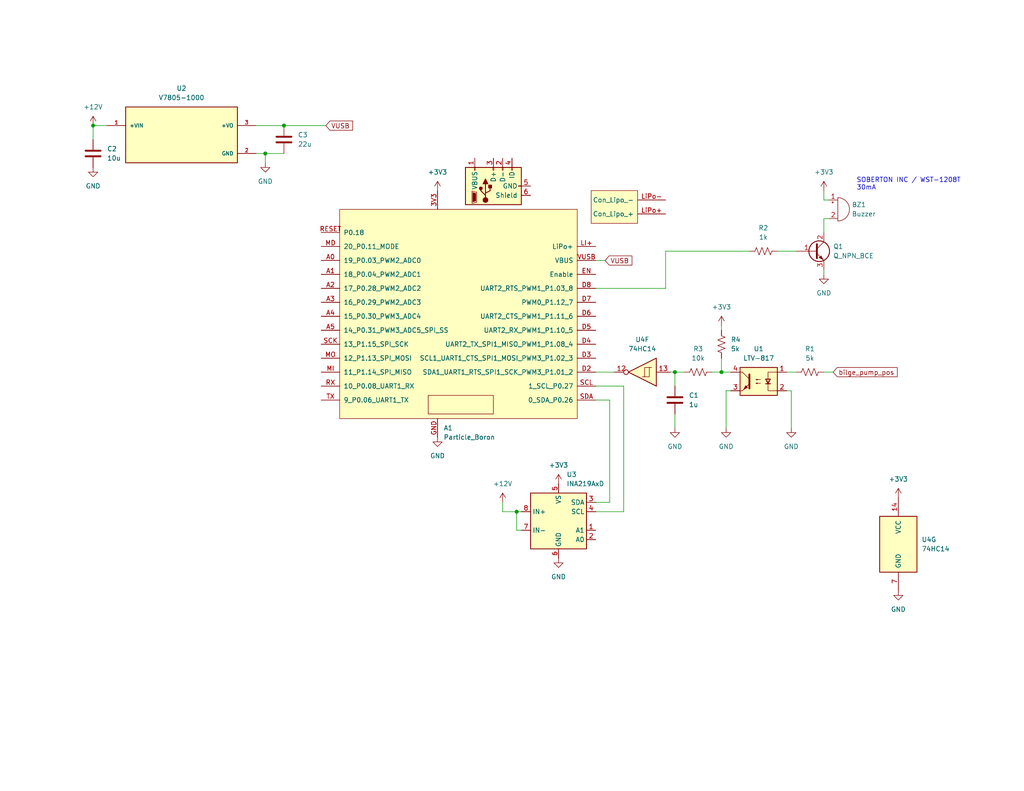
<source format=kicad_sch>
(kicad_sch (version 20230121) (generator eeschema)
  (paper "A")
  (lib_symbols
    (symbol "74xx:74HC14" (pin_names (offset 1.016))
      (property "Reference" "U" (at 0 1.27 0))
      (property "Value" "74HC14" (at 0 -1.27 0))
      (symbol "74HC14_1_0"
        (polyline (pts (xy -3.81 3.81) (xy -3.81 -3.81) (xy 3.81 0) (xy -3.81 3.81)) (stroke (width 0.254)) (fill (type background)))
        (pin input line (at -7.62 0 0) (length 3.81) (name "~") (number "1"))
        (pin output inverted (at 7.62 0 180) (length 3.81) (name "~") (number "2"))
      )
      (symbol "74HC14_1_1"
        (polyline (pts (xy -1.905 -1.27) (xy -1.905 1.27) (xy -0.635 1.27)))
        (polyline (pts (xy -2.54 -1.27) (xy -0.635 -1.27) (xy -0.635 1.27) (xy 0 1.27)))
      )
      (symbol "74HC14_2_0"
        (polyline (pts (xy -3.81 3.81) (xy -3.81 -3.81) (xy 3.81 0) (xy -3.81 3.81)) (stroke (width 0.254)) (fill (type background)))
        (pin input line (at -7.62 0 0) (length 3.81) (name "~") (number "3"))
        (pin output inverted (at 7.62 0 180) (length 3.81) (name "~") (number "4"))
      )
      (symbol "74HC14_2_1"
        (polyline (pts (xy -1.905 -1.27) (xy -1.905 1.27) (xy -0.635 1.27)))
        (polyline (pts (xy -2.54 -1.27) (xy -0.635 -1.27) (xy -0.635 1.27) (xy 0 1.27)))
      )
      (symbol "74HC14_3_0"
        (polyline (pts (xy -3.81 3.81) (xy -3.81 -3.81) (xy 3.81 0) (xy -3.81 3.81)) (stroke (width 0.254)) (fill (type background)))
        (pin input line (at -7.62 0 0) (length 3.81) (name "~") (number "5"))
        (pin output inverted (at 7.62 0 180) (length 3.81) (name "~") (number "6"))
      )
      (symbol "74HC14_3_1"
        (polyline (pts (xy -1.905 -1.27) (xy -1.905 1.27) (xy -0.635 1.27)))
        (polyline (pts (xy -2.54 -1.27) (xy -0.635 -1.27) (xy -0.635 1.27) (xy 0 1.27)))
      )
      (symbol "74HC14_4_0"
        (polyline (pts (xy -3.81 3.81) (xy -3.81 -3.81) (xy 3.81 0) (xy -3.81 3.81)) (stroke (width 0.254)) (fill (type background)))
        (pin output inverted (at 7.62 0 180) (length 3.81) (name "~") (number "8"))
        (pin input line (at -7.62 0 0) (length 3.81) (name "~") (number "9"))
      )
      (symbol "74HC14_4_1"
        (polyline (pts (xy -1.905 -1.27) (xy -1.905 1.27) (xy -0.635 1.27)))
        (polyline (pts (xy -2.54 -1.27) (xy -0.635 -1.27) (xy -0.635 1.27) (xy 0 1.27)))
      )
      (symbol "74HC14_5_0"
        (polyline (pts (xy -3.81 3.81) (xy -3.81 -3.81) (xy 3.81 0) (xy -3.81 3.81)) (stroke (width 0.254)) (fill (type background)))
        (pin output inverted (at 7.62 0 180) (length 3.81) (name "~") (number "10"))
        (pin input line (at -7.62 0 0) (length 3.81) (name "~") (number "11"))
      )
      (symbol "74HC14_5_1"
        (polyline (pts (xy -1.905 -1.27) (xy -1.905 1.27) (xy -0.635 1.27)))
        (polyline (pts (xy -2.54 -1.27) (xy -0.635 -1.27) (xy -0.635 1.27) (xy 0 1.27)))
      )
      (symbol "74HC14_6_0"
        (polyline (pts (xy -3.81 3.81) (xy -3.81 -3.81) (xy 3.81 0) (xy -3.81 3.81)) (stroke (width 0.254)) (fill (type background)))
        (pin output inverted (at 7.62 0 180) (length 3.81) (name "~") (number "12"))
        (pin input line (at -7.62 0 0) (length 3.81) (name "~") (number "13"))
      )
      (symbol "74HC14_6_1"
        (polyline (pts (xy -1.905 -1.27) (xy -1.905 1.27) (xy -0.635 1.27)))
        (polyline (pts (xy -2.54 -1.27) (xy -0.635 -1.27) (xy -0.635 1.27) (xy 0 1.27)))
      )
      (symbol "74HC14_7_0"
        (pin power_in line (at 0 12.7 270) (length 5.08) (name "VCC") (number "14"))
        (pin power_in line (at 0 -12.7 90) (length 5.08) (name "GND") (number "7"))
      )
      (symbol "74HC14_7_1"
        (rectangle (start -5.08 7.62) (end 5.08 -7.62) (stroke (width 0.254)) (fill (type background)))
      )
    )
    (symbol "Device:Buzzer" (pin_names (offset 0.0254) hide)
      (property "Reference" "BZ" (at 3.81 1.27 0))
      (property "Value" "Buzzer" (at 3.81 -1.27 0))
      (symbol "Buzzer_0_1"
        (arc (start 0 -3.175) (mid 3.1612 0) (end 0 3.175))
        (polyline (pts (xy -1.651 1.905) (xy -1.143 1.905)))
        (polyline (pts (xy -1.397 2.159) (xy -1.397 1.651)))
        (polyline (pts (xy 0 3.175) (xy 0 -3.175)))
      )
      (symbol "Buzzer_1_1"
        (pin passive line (at -2.54 2.54 0) (length 2.54) (name "+") (number "1"))
        (pin passive line (at -2.54 -2.54 0) (length 2.54) (name "-") (number "2"))
      )
    )
    (symbol "Device:C" (pin_numbers hide) (pin_names (offset 0.254))
      (property "Reference" "C" (at 0.635 2.54 0))
      (property "Value" "C" (at 0.635 -2.54 0))
      (symbol "C_0_1"
        (polyline (pts (xy -2.032 -0.762) (xy 2.032 -0.762)) (stroke (width 0.508)))
        (polyline (pts (xy -2.032 0.762) (xy 2.032 0.762)) (stroke (width 0.508)))
      )
      (symbol "C_1_1"
        (pin passive line (at 0 3.81 270) (length 2.794) (name "~") (number "1"))
        (pin passive line (at 0 -3.81 90) (length 2.794) (name "~") (number "2"))
      )
    )
    (symbol "Device:Q_NPN_BCE" (pin_names (offset 0) hide)
      (property "Reference" "Q" (at 5.08 1.27 0))
      (property "Value" "Q_NPN_BCE" (at 5.08 -1.27 0))
      (symbol "Q_NPN_BCE_0_1"
        (polyline (pts (xy 0.635 0.635) (xy 2.54 2.54)))
        (polyline (pts (xy 0.635 -0.635) (xy 2.54 -2.54) (xy 2.54 -2.54)))
        (polyline (pts (xy 0.635 1.905) (xy 0.635 -1.905) (xy 0.635 -1.905)) (stroke (width 0.508)))
        (polyline (pts (xy 1.27 -1.778) (xy 1.778 -1.27) (xy 2.286 -2.286) (xy 1.27 -1.778) (xy 1.27 -1.778)) (fill (type outline)))
        (circle (center 1.27 0) (radius 2.8194) (stroke (width 0.254)))
      )
      (symbol "Q_NPN_BCE_1_1"
        (pin input line (at -5.08 0 0) (length 5.715) (name "B") (number "1"))
        (pin passive line (at 2.54 5.08 270) (length 2.54) (name "C") (number "2"))
        (pin passive line (at 2.54 -5.08 90) (length 2.54) (name "E") (number "3"))
      )
    )
    (symbol "Device:R_US" (pin_numbers hide) (pin_names (offset 0))
      (property "Reference" "R" (at 2.54 0 90))
      (property "Value" "R_US" (at -2.54 0 90))
      (symbol "R_US_0_1"
        (polyline (pts (xy 0 -2.286) (xy 0 -2.54)))
        (polyline (pts (xy 0 2.286) (xy 0 2.54)))
        (polyline (pts (xy 0 -0.762) (xy 1.016 -1.143) (xy 0 -1.524) (xy -1.016 -1.905) (xy 0 -2.286)))
        (polyline (pts (xy 0 0.762) (xy 1.016 0.381) (xy 0 0) (xy -1.016 -0.381) (xy 0 -0.762)))
        (polyline (pts (xy 0 2.286) (xy 1.016 1.905) (xy 0 1.524) (xy -1.016 1.143) (xy 0 0.762)))
      )
      (symbol "R_US_1_1"
        (pin passive line (at 0 3.81 270) (length 1.27) (name "~") (number "1"))
        (pin passive line (at 0 -3.81 90) (length 1.27) (name "~") (number "2"))
      )
    )
    (symbol "Isolator:LTV-817" (pin_names (offset 1.016))
      (property "Reference" "U" (at -5.08 5.08 0))
      (property "Value" "LTV-817" (at 0 5.08 0))
      (symbol "LTV-817_0_1"
        (rectangle (start -5.08 3.81) (end 5.08 -3.81) (stroke (width 0.254)) (fill (type background)))
        (polyline (pts (xy -3.175 -0.635) (xy -1.905 -0.635)) (stroke (width 0.254)))
        (polyline (pts (xy 2.54 0.635) (xy 4.445 2.54)))
        (polyline (pts (xy 4.445 -2.54) (xy 2.54 -0.635)) (fill (type outline)))
        (polyline (pts (xy 4.445 -2.54) (xy 5.08 -2.54)))
        (polyline (pts (xy 4.445 2.54) (xy 5.08 2.54)))
        (polyline (pts (xy -5.08 2.54) (xy -2.54 2.54) (xy -2.54 -0.762)))
        (polyline (pts (xy -2.54 -0.635) (xy -2.54 -2.54) (xy -5.08 -2.54)))
        (polyline (pts (xy 2.54 1.905) (xy 2.54 -1.905) (xy 2.54 -1.905)) (stroke (width 0.508)))
        (polyline (pts (xy -2.54 -0.635) (xy -3.175 0.635) (xy -1.905 0.635) (xy -2.54 -0.635)) (stroke (width 0.254)))
        (polyline (pts (xy -0.508 -0.508) (xy 0.762 -0.508) (xy 0.381 -0.635) (xy 0.381 -0.381) (xy 0.762 -0.508)))
        (polyline (pts (xy -0.508 0.508) (xy 0.762 0.508) (xy 0.381 0.381) (xy 0.381 0.635) (xy 0.762 0.508)))
        (polyline (pts (xy 3.048 -1.651) (xy 3.556 -1.143) (xy 4.064 -2.159) (xy 3.048 -1.651) (xy 3.048 -1.651)) (fill (type outline)))
      )
      (symbol "LTV-817_1_1"
        (pin passive line (at -7.62 2.54 0) (length 2.54) (name "~") (number "1"))
        (pin passive line (at -7.62 -2.54 0) (length 2.54) (name "~") (number "2"))
        (pin passive line (at 7.62 -2.54 180) (length 2.54) (name "~") (number "3"))
        (pin passive line (at 7.62 2.54 180) (length 2.54) (name "~") (number "4"))
      )
    )
    (symbol "Sensor_Energy:INA219AxD"
      (property "Reference" "U" (at -6.35 8.89 0))
      (property "Value" "INA219AxD" (at 5.08 8.89 0))
      (symbol "INA219AxD_0_1"
        (rectangle (start -7.62 7.62) (end 7.62 -7.62) (stroke (width 0.254)) (fill (type background)))
      )
      (symbol "INA219AxD_1_1"
        (pin input line (at 10.16 -2.54 180) (length 2.54) (name "A1") (number "1"))
        (pin input line (at 10.16 -5.08 180) (length 2.54) (name "A0") (number "2"))
        (pin bidirectional line (at 10.16 5.08 180) (length 2.54) (name "SDA") (number "3"))
        (pin input line (at 10.16 2.54 180) (length 2.54) (name "SCL") (number "4"))
        (pin power_in line (at 0 10.16 270) (length 2.54) (name "VS") (number "5"))
        (pin power_in line (at 0 -10.16 90) (length 2.54) (name "GND") (number "6"))
        (pin input line (at -10.16 -2.54 0) (length 2.54) (name "IN-") (number "7"))
        (pin input line (at -10.16 2.54 0) (length 2.54) (name "IN+") (number "8"))
      )
    )
    (symbol "V7805:V7805-1000" (pin_names (offset 1.016))
      (property "Reference" "U" (at -15.2611 8.2664 0))
      (property "Value" "V7805-1000" (at -15.2627 -10.1751 0))
      (symbol "V7805-1000_0_0"
        (rectangle (start -15.24 -7.62) (end 15.24 7.62) (stroke (width 0.254)) (fill (type background)))
        (pin input line (at -20.32 2.54 0) (length 5.08) (name "+VIN") (number "1"))
        (pin power_in line (at 20.32 -5.08 180) (length 5.08) (name "GND") (number "2"))
        (pin output line (at 20.32 2.54 180) (length 5.08) (name "+VO") (number "3"))
      )
    )
    (symbol "particle:Particle_Boron" (pin_names (offset 1.016))
      (property "Reference" "A" (at -21.59 29.21 0))
      (property "Value" "Particle_Boron" (at 1.27 -27.94 0))
      (symbol "Particle_Boron_0_1"
        (rectangle (start -31.75 25.4) (end 33.02 -31.75) (fill (type background)))
        (rectangle (start -7.62 -25.4) (end 10.16 -30.48))
        (polyline (pts (xy 8.001 29.845) (xy 8.001 32.385)) (stroke (width 0.254)))
        (polyline (pts (xy 7.366 32.385) (xy 8.636 32.385) (xy 8.001 33.655) (xy 7.366 32.385)) (stroke (width 0.254)) (fill (type outline)))
        (polyline (pts (xy 8.001 28.575) (xy 8.001 29.21) (xy 6.731 30.48) (xy 6.731 31.115)) (stroke (width 0.254)))
        (polyline (pts (xy 8.001 29.21) (xy 8.001 29.845) (xy 9.271 30.48) (xy 9.271 31.75)) (stroke (width 0.254)))
        (polyline (pts (xy 4.572 27.432) (xy 4.572 29.972) (xy 5.334 29.718) (xy 5.334 27.686) (xy 4.572 27.432)) (fill (type outline)))
        (polyline (pts (xy 4.318 27.051) (xy 4.572 27.051) (xy 5.334 27.305) (xy 5.588 27.305) (xy 5.588 30.099) (xy 5.334 30.099) (xy 4.572 30.353) (xy 4.318 30.353) (xy 4.318 27.051)))
        (rectangle (start 5.207 36.83) (end 4.953 36.068))
        (circle (center 6.731 31.115) (radius 0.381) (stroke (width 0.254)) (fill (type outline)))
        (circle (center 8.001 27.94) (radius 0.635) (stroke (width 0.254)) (fill (type outline)))
        (rectangle (start 8.89 32.004) (end 9.652 31.242) (stroke (width 0.254)) (fill (type outline)))
        (rectangle (start 10.287 36.83) (end 10.033 36.068))
        (rectangle (start 12.827 36.83) (end 12.573 36.068))
        (rectangle (start 15.367 36.83) (end 15.113 36.068))
        (rectangle (start 17.78 26.67) (end 2.54 36.83) (stroke (width 0.254)) (fill (type background)))
        (rectangle (start 17.78 31.623) (end 17.018 31.877))
        (rectangle (start 49.53 21.59) (end 36.83 30.48) (fill (type background)))
      )
      (symbol "Particle_Boron_1_1"
        (pin power_out line (at 5.08 39.37 270) (length 2.54) (name "VBUS") (number "1"))
        (pin passive line (at 12.7 39.37 270) (length 2.54) (name "D-") (number "2"))
        (pin passive line (at 10.16 39.37 270) (length 2.54) (name "D+") (number "3"))
        (pin power_in line (at -5.08 30.48 270) (length 5.08) (name "~") (number "3V3"))
        (pin passive line (at 15.24 39.37 270) (length 2.54) (name "ID") (number "4"))
        (pin power_out line (at 20.32 31.75 180) (length 2.54) (name "GND") (number "5"))
        (pin passive line (at 20.32 29.21 180) (length 2.54) (name "Shield") (number "6"))
        (pin bidirectional line (at -36.83 11.43 0) (length 5.08) (name "19_P0.03_PWM2_ADC0") (number "A0"))
        (pin bidirectional line (at -36.83 7.62 0) (length 5.08) (name "18_P0.04_PWM2_ADC1") (number "A1"))
        (pin bidirectional line (at -36.83 3.81 0) (length 5.08) (name "17_P0.28_PWM2_ADC2") (number "A2"))
        (pin bidirectional line (at -36.83 0 0) (length 5.08) (name "16_P0.29_PWM2_ADC3") (number "A3"))
        (pin bidirectional line (at -36.83 -3.81 0) (length 5.08) (name "15_P0.30_PWM3_ADC4") (number "A4"))
        (pin bidirectional line (at -36.83 -7.62 0) (length 5.08) (name "14_P0.31_PWM3_ADC5_SPI_SS") (number "A5"))
        (pin bidirectional line (at 38.1 -19.05 180) (length 5.08) (name "SDA1_UART1_RTS_SPI1_SCK_PWM3_P1.01_2") (number "D2"))
        (pin bidirectional line (at 38.1 -15.24 180) (length 5.08) (name "SCL1_UART1_CTS_SPI1_MOSI_PWM3_P1.02_3") (number "D3"))
        (pin bidirectional line (at 38.1 -11.43 180) (length 5.08) (name "UART2_TX_SPI1_MISO_PWM1_P1.08_4") (number "D4"))
        (pin bidirectional line (at 38.1 -7.62 180) (length 5.08) (name "UART2_RX_PWM1_P1.10_5") (number "D5"))
        (pin bidirectional line (at 38.1 -3.81 180) (length 5.08) (name "UART2_CTS_PWM1_P1.11_6") (number "D6"))
        (pin bidirectional line (at 38.1 0 180) (length 5.08) (name "PWM0_P1.12_7") (number "D7"))
        (pin bidirectional line (at 38.1 3.81 180) (length 5.08) (name "UART2_RTS_PWM1_P1.03_8") (number "D8"))
        (pin passive line (at 38.1 7.62 180) (length 5.08) (name "Enable") (number "EN"))
        (pin power_in line (at -5.08 -36.83 90) (length 5.08) (name "~") (number "GND"))
        (pin power_in line (at 38.1 15.24 180) (length 5.08) (name "LiPo+") (number "LI+"))
        (pin passive line (at 57.15 24.13 180) (length 7.62) (name "Con_Lipo_+") (number "LiPo+"))
        (pin passive line (at 57.15 27.94 180) (length 7.62) (name "Con_Lipo_-") (number "LiPo-"))
        (pin passive line (at -36.83 15.24 0) (length 5.08) (name "20_P0.11_MODE") (number "MD"))
        (pin bidirectional line (at -36.83 -19.05 0) (length 5.08) (name "11_P1.14_SPI_MISO") (number "MI"))
        (pin bidirectional line (at -36.83 -15.24 0) (length 5.08) (name "12_P1.13_SPI_MOSI") (number "MO"))
        (pin passive line (at -36.83 19.05 0) (length 5.08) (name "P0.18") (number "RESET"))
        (pin input line (at -36.83 -22.86 0) (length 5.08) (name "10_P0.08_UART1_RX") (number "RX"))
        (pin bidirectional line (at -36.83 -11.43 0) (length 5.08) (name "13_P1.15_SPI_SCK") (number "SCK"))
        (pin bidirectional line (at 38.1 -22.86 180) (length 5.08) (name "1_SCL_P0.27") (number "SCL"))
        (pin bidirectional line (at 38.1 -26.67 180) (length 5.08) (name "0_SDA_P0.26") (number "SDA"))
        (pin output line (at -36.83 -26.67 0) (length 5.08) (name "9_P0.06_UART1_TX") (number "TX"))
        (pin power_in line (at 38.1 11.43 180) (length 5.08) (name "VBUS") (number "VUSB"))
      )
    )
    (symbol "power:+12V" (power) (pin_names (offset 0))
      (property "Value" "+12V" (at 0 3.556 0))
      (symbol "+12V_0_1"
        (polyline (pts (xy -0.762 1.27) (xy 0 2.54)))
        (polyline (pts (xy 0 0) (xy 0 2.54)))
        (polyline (pts (xy 0 2.54) (xy 0.762 1.27)))
      )
      (symbol "+12V_1_1"
        (pin power_in line (at 0 0 90) (length 0) hide (name "+12V") (number "1"))
      )
    )
    (symbol "power:+3V3" (power) (pin_names (offset 0))
      (property "Value" "+3V3" (at 0 3.556 0))
      (symbol "+3V3_0_1"
        (polyline (pts (xy -0.762 1.27) (xy 0 2.54)))
        (polyline (pts (xy 0 0) (xy 0 2.54)))
        (polyline (pts (xy 0 2.54) (xy 0.762 1.27)))
      )
      (symbol "+3V3_1_1"
        (pin power_in line (at 0 0 90) (length 0) hide (name "+3V3") (number "1"))
      )
    )
    (symbol "power:GND" (power) (pin_names (offset 0))
      (property "Value" "GND" (at 0 -3.81 0))
      (symbol "GND_0_1"
        (polyline (pts (xy 0 0) (xy 0 -1.27) (xy 1.27 -1.27) (xy 0 -2.54) (xy -1.27 -1.27) (xy 0 -1.27)))
      )
      (symbol "GND_1_1"
        (pin power_in line (at 0 0 270) (length 0) hide (name "GND") (number "1"))
      )
    )
  )
  (junction (at 140.97 139.7))
  (junction (at 184.15 101.6))
  (junction (at 72.39 41.91))
  (junction (at 25.4 34.29))
  (junction (at 77.47 34.29))
  (junction (at 196.85 101.6))
  (wire (pts (xy 72.39 44.45) (xy 72.39 41.91)))
  (wire (pts (xy 196.85 88.9) (xy 196.85 90.17)))
  (wire (pts (xy 166.37 109.22) (xy 166.37 137.16)))
  (wire (pts (xy 196.85 97.79) (xy 196.85 101.6)))
  (wire (pts (xy 72.39 41.91) (xy 69.85 41.91)))
  (wire (pts (xy 224.79 54.61) (xy 226.06 54.61)))
  (wire (pts (xy 224.79 52.07) (xy 224.79 54.61)))
  (wire (pts (xy 140.97 139.7) (xy 142.24 139.7)))
  (wire (pts (xy 199.39 106.68) (xy 198.12 106.68)))
  (wire (pts (xy 215.9 106.68) (xy 214.63 106.68)))
  (wire (pts (xy 69.85 34.29) (xy 77.47 34.29)))
  (wire (pts (xy 181.61 68.58) (xy 181.61 78.74)))
  (wire (pts (xy 166.37 137.16) (xy 162.56 137.16)))
  (wire (pts (xy 194.31 101.6) (xy 196.85 101.6)))
  (wire (pts (xy 88.9 34.29) (xy 77.47 34.29)))
  (wire (pts (xy 137.16 139.7) (xy 137.16 137.16)))
  (wire (pts (xy 224.79 101.6) (xy 227.33 101.6)))
  (wire (pts (xy 165.1 71.12) (xy 162.56 71.12)))
  (wire (pts (xy 170.18 105.41) (xy 162.56 105.41)))
  (wire (pts (xy 184.15 101.6) (xy 184.15 105.41)))
  (wire (pts (xy 25.4 34.29) (xy 25.4 38.1)))
  (wire (pts (xy 184.15 101.6) (xy 186.69 101.6)))
  (wire (pts (xy 72.39 41.91) (xy 77.47 41.91)))
  (wire (pts (xy 140.97 139.7) (xy 137.16 139.7)))
  (wire (pts (xy 170.18 139.7) (xy 170.18 105.41)))
  (wire (pts (xy 184.15 116.84) (xy 184.15 113.03)))
  (wire (pts (xy 214.63 101.6) (xy 217.17 101.6)))
  (wire (pts (xy 224.79 59.69) (xy 224.79 63.5)))
  (wire (pts (xy 140.97 144.78) (xy 142.24 144.78)))
  (wire (pts (xy 182.88 101.6) (xy 184.15 101.6)))
  (wire (pts (xy 162.56 139.7) (xy 170.18 139.7)))
  (wire (pts (xy 181.61 68.58) (xy 204.47 68.58)))
  (wire (pts (xy 212.09 68.58) (xy 217.17 68.58)))
  (wire (pts (xy 215.9 106.68) (xy 215.9 116.84)))
  (wire (pts (xy 162.56 101.6) (xy 167.64 101.6)))
  (wire (pts (xy 224.79 74.93) (xy 224.79 73.66)))
  (wire (pts (xy 196.85 101.6) (xy 199.39 101.6)))
  (wire (pts (xy 25.4 34.29) (xy 29.21 34.29)))
  (wire (pts (xy 198.12 106.68) (xy 198.12 116.84)))
  (wire (pts (xy 140.97 139.7) (xy 140.97 144.78)))
  (wire (pts (xy 226.06 59.69) (xy 224.79 59.69)))
  (wire (pts (xy 162.56 109.22) (xy 166.37 109.22)))
  (wire (pts (xy 181.61 78.74) (xy 162.56 78.74)))
  (text "SOBERTON INC / WST-1208T\n30mA" (at 233.68 52.07 0) (effects (font (size 1.27 1.27)) (justify left bottom)))
  (global_label "VUSB" (shape input) (at 165.1 71.12 0) (property "Intersheetrefs" "${INTERSHEET_REFS}" (effects hide)))
  (global_label "VUSB" (shape input) (at 88.9 34.29 0) (property "Intersheetrefs" "${INTERSHEET_REFS}" (effects hide)))
  (global_label "bilge_pump_pos" (shape input) (at 227.33 101.6 0) (property "Intersheetrefs" "${INTERSHEET_REFS}" (effects hide)))
  (symbol (lib_id "V7805:V7805-1000") (at 49.53 36.83 0) (unit 1)
    (property "Reference" "U2" (at 49.53 24.13 0))
    (property "Value" "V7805-1000" (at 49.53 26.67 0))
    (property "Footprint" "libs:CONV_V7805-1000" (effects hide))
    (property "MF" "CUI Inc." (effects hide))
    (property "Description" "1 A Output Current, 4.75~32 Vdc Input, 3 Pin SIP, Non-Isolated, Dc-Dc Converter" (effects hide))
    (property "Package" "SIP-3 CUI" (effects hide))
    (property "Price" "None" (effects hide))
    (property "Check_prices" "https://www.snapeda.com/parts/V7805-1000/CUI/view-part/?ref=eda" (effects hide))
    (property "STANDARD" "MANUFACTURER RECOMMENDATIONS" (effects hide))
    (property "PARTREV" "1.04" (effects hide))
    (property "SnapEDA_Link" "https://www.snapeda.com/parts/V7805-1000/CUI/view-part/?ref=snap" (effects hide))
    (property "MP" "V7805-1000" (effects hide))
    (property "Purchase-URL" "https://www.snapeda.com/api/url_track_click_mouser/?unipart_id=592015&manufacturer=CUI Inc.&part_name=V7805-1000&search_term=None" (effects hide))
    (property "CUI_purchase_URL" "https://www.cui.com/product/dc-dc-converters/non-isolated/v78-1000-series?utm_source=snapeda.com&utm_medium=referral&utm_campaign=snapedaBOM" (effects hide))
    (property "Availability" "In Stock" (effects hide))
    (property "MANUFACTURER" "CUI INC" (effects hide))
  )
  (symbol (lib_id "74xx:74HC14") (at 245.11 148.59 0) (unit 7)
    (property "Reference" "U4" (at 251.46 147.32 0) (effects (justify left)))
    (property "Value" "74HC14" (at 251.46 149.86 0) (effects (justify left)))
    (property "Footprint" "Package_DIP:DIP-14_W7.62mm" (effects hide))
    (property "Datasheet" "http://www.ti.com/lit/gpn/sn74HC14" (effects hide))
  )
  (symbol (lib_id "power:GND") (at 215.9 116.84 0) (unit 1)
    (property "Reference" "#PWR012" (effects hide))
    (property "Value" "GND" (at 215.9 121.92 0))
  )
  (symbol (lib_id "power:GND") (at 25.4 45.72 0) (unit 1)
    (property "Reference" "#PWR011" (effects hide))
    (property "Value" "GND" (at 25.4 50.8 0))
  )
  (symbol (lib_id "power:+3V3") (at 152.4 132.08 0) (unit 1)
    (property "Reference" "#PWR010" (effects hide))
    (property "Value" "+3V3" (at 152.4 127 0))
  )
  (symbol (lib_id "Device:Q_NPN_BCE") (at 222.25 68.58 0) (unit 1)
    (property "Reference" "Q1" (at 227.33 67.31 0) (effects (justify left)))
    (property "Value" "Q_NPN_BCE" (at 227.33 69.85 0) (effects (justify left)))
    (property "Footprint" "Package_TO_SOT_SMD:SOT-23" (effects hide))
  )
  (symbol (lib_id "Device:R_US") (at 190.5 101.6 90) (unit 1)
    (property "Reference" "R3" (at 190.5 95.25 90))
    (property "Value" "10k" (at 190.5 97.79 90))
    (property "Footprint" "Resistor_SMD:R_0805_2012Metric" (effects hide))
  )
  (symbol (lib_id "power:+3V3") (at 196.85 88.9 0) (unit 1)
    (property "Reference" "#PWR015" (effects hide))
    (property "Value" "+3V3" (at 196.85 83.82 0))
  )
  (symbol (lib_id "power:+12V") (at 25.4 34.29 0) (unit 1)
    (property "Reference" "#PWR03" (effects hide))
    (property "Value" "+12V" (at 25.4 29.21 0))
  )
  (symbol (lib_id "power:GND") (at 72.39 44.45 0) (unit 1)
    (property "Reference" "#PWR04" (effects hide))
    (property "Value" "GND" (at 72.39 49.53 0))
  )
  (symbol (lib_id "Device:R_US") (at 208.28 68.58 90) (unit 1)
    (property "Reference" "R2" (at 208.28 62.23 90))
    (property "Value" "1k" (at 208.28 64.77 90))
    (property "Footprint" "Resistor_SMD:R_0805_2012Metric" (effects hide))
  )
  (symbol (lib_id "power:+3V3") (at 245.11 135.89 0) (unit 1)
    (property "Reference" "#PWR013" (effects hide))
    (property "Value" "+3V3" (at 245.11 130.81 0))
  )
  (symbol (lib_id "power:GND") (at 152.4 152.4 0) (unit 1)
    (property "Reference" "#PWR09" (effects hide))
    (property "Value" "GND" (at 152.4 157.48 0))
  )
  (symbol (lib_id "power:GND") (at 198.12 116.84 0) (unit 1)
    (property "Reference" "#PWR01" (effects hide))
    (property "Value" "GND" (at 198.12 121.92 0))
  )
  (symbol (lib_id "Device:C") (at 25.4 41.91 0) (unit 1)
    (property "Reference" "C2" (at 29.21 40.64 0) (effects (justify left)))
    (property "Value" "10u" (at 29.21 43.18 0) (effects (justify left)))
    (property "Footprint" "Capacitor_SMD:C_1210_3225Metric" (effects hide))
  )
  (symbol (lib_id "Device:Buzzer") (at 228.6 57.15 0) (unit 1)
    (property "Reference" "BZ1" (at 232.41 55.88 0) (effects (justify left)))
    (property "Value" "Buzzer" (at 232.41 58.42 0) (effects (justify left)))
    (property "Footprint" "Buzzer_Beeper:MagneticBuzzer_ProSignal_ABI-009-RC" (effects hide))
    (property "Datasheet" "https://www.soberton.com/wp-content/uploads/2022/03/WST-1208T.pdf" (effects hide))
  )
  (symbol (lib_id "Device:C") (at 184.15 109.22 0) (unit 1)
    (property "Reference" "C1" (at 187.96 107.95 0) (effects (justify left)))
    (property "Value" "1u" (at 187.96 110.49 0) (effects (justify left)))
    (property "Footprint" "Capacitor_SMD:C_0805_2012Metric" (effects hide))
  )
  (symbol (lib_id "Device:R_US") (at 220.98 101.6 90) (unit 1)
    (property "Reference" "R1" (at 220.98 95.25 90))
    (property "Value" "5k" (at 220.98 97.79 90))
    (property "Footprint" "Resistor_SMD:R_0805_2012Metric" (effects hide))
  )
  (symbol (lib_id "power:GND") (at 184.15 116.84 0) (unit 1)
    (property "Reference" "#PWR016" (effects hide))
    (property "Value" "GND" (at 184.15 121.92 0))
  )
  (symbol (lib_id "power:+12V") (at 137.16 137.16 0) (unit 1)
    (property "Reference" "#PWR08" (effects hide))
    (property "Value" "+12V" (at 137.16 132.08 0))
  )
  (symbol (lib_id "power:GND") (at 224.79 74.93 0) (unit 1)
    (property "Reference" "#PWR07" (effects hide))
    (property "Value" "GND" (at 224.79 80.01 0))
  )
  (symbol (lib_id "Device:C") (at 77.47 38.1 0) (unit 1)
    (property "Reference" "C3" (at 81.28 36.83 0) (effects (justify left)))
    (property "Value" "22u" (at 81.28 39.37 0) (effects (justify left)))
    (property "Footprint" "Capacitor_SMD:C_1210_3225Metric" (effects hide))
  )
  (symbol (lib_id "Device:R_US") (at 196.85 93.98 180) (unit 1)
    (property "Reference" "R4" (at 199.39 92.71 0) (effects (justify right)))
    (property "Value" "5k" (at 199.39 95.25 0) (effects (justify right)))
    (property "Footprint" "Resistor_SMD:R_0805_2012Metric" (effects hide))
  )
  (symbol (lib_id "power:GND") (at 119.38 119.38 0) (unit 1)
    (property "Reference" "#PWR02" (effects hide))
    (property "Value" "GND" (at 119.38 124.46 0))
  )
  (symbol (lib_id "Isolator:LTV-817") (at 207.01 104.14 0) (mirror y) (unit 1)
    (property "Reference" "U1" (at 207.01 95.25 0))
    (property "Value" "LTV-817" (at 207.01 97.79 0))
    (property "Footprint" "Package_DIP:DIP-4_W7.62mm" (effects hide))
    (property "Datasheet" "http://www.us.liteon.com/downloads/LTV-817-827-847.PDF" (effects hide))
  )
  (symbol (lib_id "particle:Particle_Boron") (at 124.46 82.55 0) (unit 1)
    (property "Reference" "A1" (at 121.0311 116.84 0) (effects (justify left)))
    (property "Value" "Particle_Boron" (at 121.0311 119.38 0) (effects (justify left)))
    (property "Footprint" "boron:Boron" (effects hide))
  )
  (symbol (lib_id "power:+3V3") (at 224.79 52.07 0) (unit 1)
    (property "Reference" "#PWR06" (effects hide))
    (property "Value" "+3V3" (at 224.79 46.99 0))
  )
  (symbol (lib_id "Sensor_Energy:INA219AxD") (at 152.4 142.24 0) (unit 1)
    (property "Reference" "U3" (at 154.5941 129.54 0) (effects (justify left)))
    (property "Value" "INA219AxD" (at 154.5941 132.08 0) (effects (justify left)))
    (property "Footprint" "Package_SO:SOIC-8_3.9x4.9mm_P1.27mm" (effects hide))
    (property "Datasheet" "http://www.ti.com/lit/ds/symlink/ina219.pdf" (effects hide))
  )
  (symbol (lib_id "power:+3V3") (at 119.38 52.07 0) (unit 1)
    (property "Reference" "#PWR05" (effects hide))
    (property "Value" "+3V3" (at 119.38 46.99 0))
  )
  (symbol (lib_id "power:GND") (at 245.11 161.29 0) (unit 1)
    (property "Reference" "#PWR014" (effects hide))
    (property "Value" "GND" (at 245.11 166.37 0))
  )
  (symbol (lib_id "74xx:74HC14") (at 175.26 101.6 180) (unit 6)
    (property "Reference" "U4" (at 175.26 92.71 0))
    (property "Value" "74HC14" (at 175.26 95.25 0))
    (property "Footprint" "Package_DIP:DIP-14_W7.62mm" (effects hide))
    (property "Datasheet" "http://www.ti.com/lit/gpn/sn74HC14" (effects hide))
  )
)
</source>
